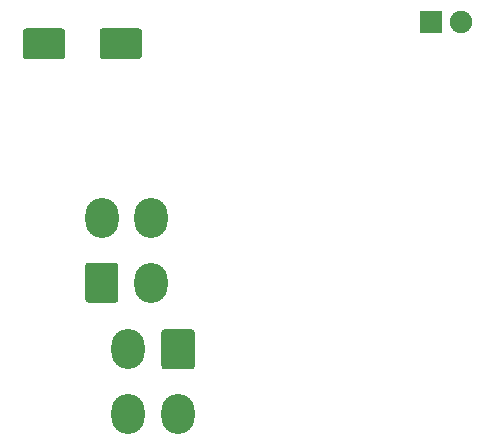
<source format=gbr>
%TF.GenerationSoftware,KiCad,Pcbnew,(5.1.6)-1*%
%TF.CreationDate,2020-12-21T16:45:18+11:00*%
%TF.ProjectId,Landing Gear Panel PCB V2,4c616e64-696e-4672-9047-656172205061,rev?*%
%TF.SameCoordinates,Original*%
%TF.FileFunction,Soldermask,Bot*%
%TF.FilePolarity,Negative*%
%FSLAX46Y46*%
G04 Gerber Fmt 4.6, Leading zero omitted, Abs format (unit mm)*
G04 Created by KiCad (PCBNEW (5.1.6)-1) date 2020-12-21 16:45:18*
%MOMM*%
%LPD*%
G01*
G04 APERTURE LIST*
%ADD10O,2.800000X3.400000*%
%ADD11C,1.900000*%
%ADD12R,1.900000X1.900000*%
G04 APERTURE END LIST*
D10*
%TO.C,J2*%
X85450000Y-65500000D03*
X81250000Y-65500000D03*
X85450000Y-71000000D03*
G36*
G01*
X79850000Y-72440740D02*
X79850000Y-69559260D01*
G75*
G02*
X80109260Y-69300000I259260J0D01*
G01*
X82390740Y-69300000D01*
G75*
G02*
X82650000Y-69559260I0J-259260D01*
G01*
X82650000Y-72440740D01*
G75*
G02*
X82390740Y-72700000I-259260J0D01*
G01*
X80109260Y-72700000D01*
G75*
G02*
X79850000Y-72440740I0J259260D01*
G01*
G37*
%TD*%
%TO.C,J1*%
X83500000Y-82150000D03*
X87700000Y-82150000D03*
X83500000Y-76650000D03*
G36*
G01*
X89100000Y-75209260D02*
X89100000Y-78090740D01*
G75*
G02*
X88840740Y-78350000I-259260J0D01*
G01*
X86559260Y-78350000D01*
G75*
G02*
X86300000Y-78090740I0J259260D01*
G01*
X86300000Y-75209260D01*
G75*
G02*
X86559260Y-74950000I259260J0D01*
G01*
X88840740Y-74950000D01*
G75*
G02*
X89100000Y-75209260I0J-259260D01*
G01*
G37*
%TD*%
D11*
%TO.C,D24*%
X111684000Y-48920400D03*
D12*
X109144000Y-48920400D03*
%TD*%
%TO.C,C1*%
G36*
G01*
X81053600Y-51814600D02*
X81053600Y-49734600D01*
G75*
G02*
X81313600Y-49474600I260000J0D01*
G01*
X84393600Y-49474600D01*
G75*
G02*
X84653600Y-49734600I0J-260000D01*
G01*
X84653600Y-51814600D01*
G75*
G02*
X84393600Y-52074600I-260000J0D01*
G01*
X81313600Y-52074600D01*
G75*
G02*
X81053600Y-51814600I0J260000D01*
G01*
G37*
G36*
G01*
X74553600Y-51814600D02*
X74553600Y-49734600D01*
G75*
G02*
X74813600Y-49474600I260000J0D01*
G01*
X77893600Y-49474600D01*
G75*
G02*
X78153600Y-49734600I0J-260000D01*
G01*
X78153600Y-51814600D01*
G75*
G02*
X77893600Y-52074600I-260000J0D01*
G01*
X74813600Y-52074600D01*
G75*
G02*
X74553600Y-51814600I0J260000D01*
G01*
G37*
%TD*%
M02*

</source>
